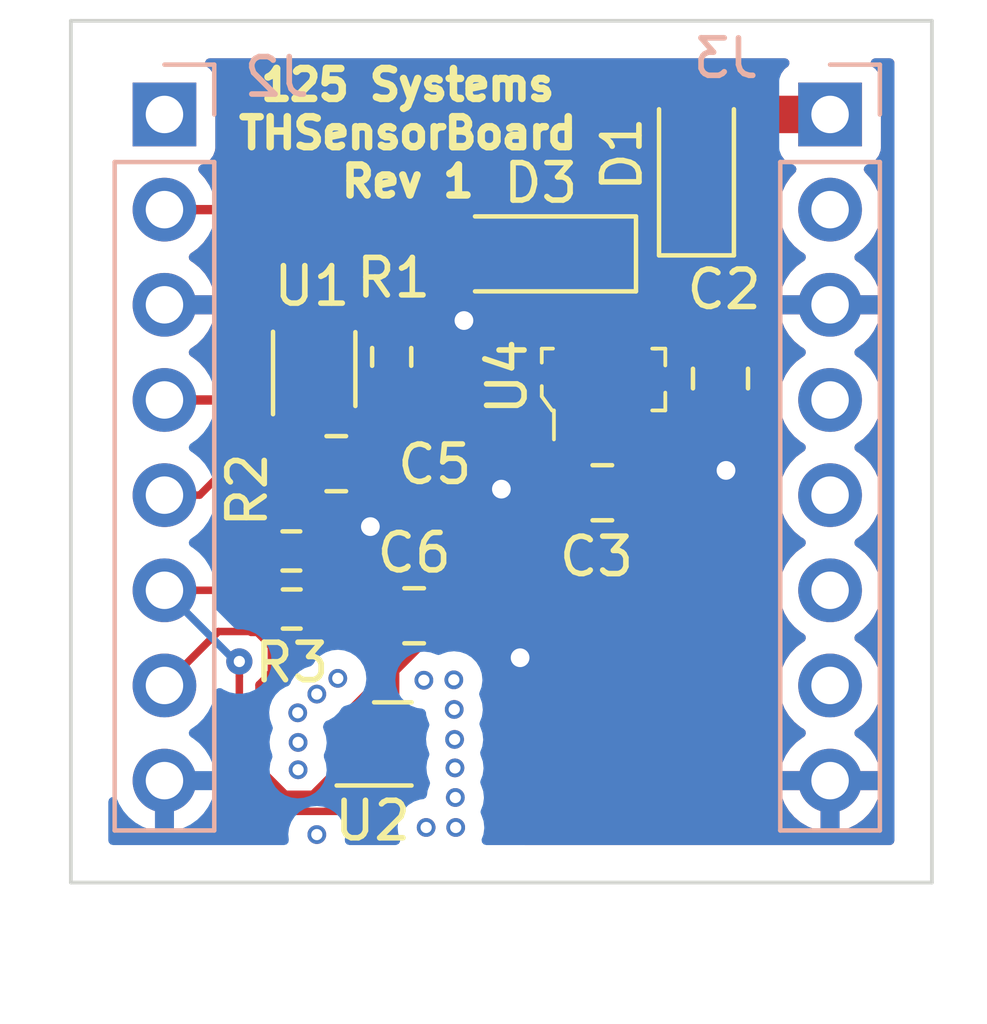
<source format=kicad_pcb>
(kicad_pcb (version 20211014) (generator pcbnew)
  (layers (0 "F.Cu" signal) (31 "B.Cu" signal) (34 "B.Paste" user) (35 "F.Paste" user) (36 "B.SilkS" user "B.Silkscreen") (37 "F.SilkS" user "F.Silkscreen") (38 "B.Mask" user) (39 "F.Mask" user) (44 "Edge.Cuts" user))
  (net 0 "")
  (net 1 "+3V3")
  (net 2 "GND")
  (net 3 "Net-(C2-Pad1)")
  (net 5 "/I2C1_SDA")
  (net 6 "/VBUS")
  (net 7 "/VSYS")
  (net 8 "/3V3_EN")
  (net 9 "/3V3_OUT")
  (net 10 "/VREF_PICO")
  (net 11 "/GP28")
  (net 12 "/I2C1_SCL")
  (net 13 "/I2C0_SDA")
  (net 14 "/I2C0_SCL")
  (net 15 "/INT_ALS")
  (net 16 "/GP0")
  (footprint "Sensor_Humidity:Sensirion_DFN-4-1EP_2x2mm_P1mm_EP0.7x1.6mm" (layer "F.Cu") (at 55.6 66.8)
    (fp_text reference "U2" (at -0.04 2.05) (layer "F.SilkS"))
    (fp_text value "SHTC3")
    (fp_line (start -1 1.11) (end 1 1.11) (layer "F.SilkS") (width 0.12))
    (fp_line (start 0 -1.11) (end 1 -1.11) (layer "F.SilkS") (width 0.12))
    (pad "1" smd roundrect (at -0.925 -0.5) (size 0.55 0.35) (layers "F.Cu" "F.Mask") (net 1 "+3V3"))
    (pad "2" smd roundrect (at -0.925 0.5) (size 0.55 0.35) (layers "F.Cu" "F.Mask") (net 14 "/I2C0_SCL"))
    (pad "3" smd roundrect (at 0.925 0.5) (size 0.55 0.35) (layers "F.Cu" "F.Mask") (net 13 "/I2C0_SDA"))
    (pad "4" smd roundrect (at 0.925 -0.5) (size 0.55 0.35) (layers "F.Cu" "F.Mask") (net 2 "GND"))
    (pad "5" smd roundrect (at 0 0) (size 0.7 1.6) (layers "F.Cu" "F.Mask"))
  )
  (footprint "Capacitor_SMD:C_0805_2012Metric" (layer "F.Cu") (at 61.6966 60.0964 180)
    (fp_text reference "C3" (at 0.1566 -1.7036) (layer "F.SilkS"))
    (fp_text value "1u")
    (fp_line (start -0.261252 0.735) (end 0.261252 0.735) (layer "F.SilkS") (width 0.12))
    (fp_line (start -0.261252 -0.735) (end 0.261252 -0.735) (layer "F.SilkS") (width 0.12))
    (pad "1" smd roundrect (at -0.95 0 180) (size 1 1.45) (layers "F.Cu" "F.Paste" "F.Mask") (net 1 "+3V3"))
    (pad "2" smd roundrect (at 0.95 0 180) (size 1 1.45) (layers "F.Cu" "F.Paste" "F.Mask") (net 2 "GND"))
  )
  (footprint "Resistor_SMD:R_0603_1608Metric" (layer "F.Cu") (at 56.07 56.47 90)
    (fp_text reference "R1" (at 2.11 0.05 180) (layer "F.SilkS"))
    (fp_text value "5k1")
    (fp_line (start -0.237258 0.5225) (end 0.237258 0.5225) (layer "F.SilkS") (width 0.12))
    (fp_line (start -0.237258 -0.5225) (end 0.237258 -0.5225) (layer "F.SilkS") (width 0.12))
    (pad "1" smd roundrect (at -0.825 0 90) (size 0.8 0.95) (layers "F.Cu" "F.Paste" "F.Mask") (net 1 "+3V3"))
    (pad "2" smd roundrect (at 0.825 0 90) (size 0.8 0.95) (layers "F.Cu" "F.Paste" "F.Mask") (net 15 "/INT_ALS"))
  )
  (footprint "Resistor_SMD:R_0603_1608Metric" (layer "F.Cu") (at 53.39 61.65 180)
    (fp_text reference "R2" (at 1.18 1.63 270) (layer "F.SilkS"))
    (fp_text value "5k1")
    (fp_line (start -0.237258 -0.5225) (end 0.237258 -0.5225) (layer "F.SilkS") (width 0.12))
    (fp_line (start -0.237258 0.5225) (end 0.237258 0.5225) (layer "F.SilkS") (width 0.12))
    (pad "1" smd roundrect (at -0.825 0 180) (size 0.8 0.95) (layers "F.Cu" "F.Paste" "F.Mask") (net 1 "+3V3"))
    (pad "2" smd roundrect (at 0.825 0 180) (size 0.8 0.95) (layers "F.Cu" "F.Paste" "F.Mask") (net 13 "/I2C0_SDA"))
  )
  (footprint "OptoDevice:Lite-On_LTR-303ALS-01" (layer "F.Cu") (at 54 56.8 90)
    (fp_text reference "U1" (at 2.22 -0.06 180) (layer "F.SilkS"))
    (fp_text value "LTR-303ALS-01")
    (fp_line (start -0.98 1.1) (end 0.99 1.1) (layer "F.SilkS") (width 0.12))
    (fp_line (start -1.2 -1.1) (end 1 -1.1) (layer "F.SilkS") (width 0.12))
    (pad "1" smd roundrect (at -0.9 -0.65 90) (size 0.65 0.3) (layers "F.Cu" "F.Paste" "F.Mask") (net 1 "+3V3"))
    (pad "2" smd roundrect (at -0.9 0 90) (size 0.65 0.3) (layers "F.Cu" "F.Paste" "F.Mask"))
    (pad "3" smd roundrect (at -0.9 0.65 90) (size 0.65 0.3) (layers "F.Cu" "F.Paste" "F.Mask") (net 2 "GND"))
    (pad "4" smd roundrect (at 0.9 0.65 90) (size 0.65 0.3) (layers "F.Cu" "F.Paste" "F.Mask") (net 12 "/I2C1_SCL"))
    (pad "5" smd roundrect (at 0.9 0 90) (size 0.65 0.3) (layers "F.Cu" "F.Paste" "F.Mask") (net 15 "/INT_ALS"))
    (pad "6" smd roundrect (at 0.9 -0.65 90) (size 0.65 0.3) (layers "F.Cu" "F.Paste" "F.Mask") (net 5 "/I2C1_SDA"))
  )
  (footprint "Resistor_SMD:R_0603_1608Metric" (layer "F.Cu") (at 53.4 63.2 180)
    (fp_text reference "R3" (at 0 -1.43 180) (layer "F.SilkS"))
    (fp_text value "5k1")
    (fp_line (start -0.237258 -0.5225) (end 0.237258 -0.5225) (layer "F.SilkS") (width 0.12))
    (fp_line (start -0.237258 0.5225) (end 0.237258 0.5225) (layer "F.SilkS") (width 0.12))
    (pad "1" smd roundrect (at -0.825 0 180) (size 0.8 0.95) (layers "F.Cu" "F.Paste" "F.Mask") (net 1 "+3V3"))
    (pad "2" smd roundrect (at 0.825 0 180) (size 0.8 0.95) (layers "F.Cu" "F.Paste" "F.Mask") (net 14 "/I2C0_SCL"))
  )
  (footprint "Capacitor_SMD:C_0805_2012Metric" (layer "F.Cu") (at 56.67 63.38)
    (fp_text reference "C6" (at 0 -1.68) (layer "F.SilkS"))
    (fp_text value "0.1u")
    (fp_line (start -0.261252 0.735) (end 0.261252 0.735) (layer "F.SilkS") (width 0.12))
    (fp_line (start -0.261252 -0.735) (end 0.261252 -0.735) (layer "F.SilkS") (width 0.12))
    (pad "1" smd roundrect (at -0.95 0) (size 1 1.45) (layers "F.Cu" "F.Paste" "F.Mask") (net 1 "+3V3"))
    (pad "2" smd roundrect (at 0.95 0) (size 1 1.45) (layers "F.Cu" "F.Paste" "F.Mask") (net 2 "GND"))
  )
  (footprint "Capacitor_SMD:C_0805_2012Metric" (layer "F.Cu") (at 54.59 59.32)
    (fp_text reference "C5" (at 2.63 0.02) (layer "F.SilkS"))
    (fp_text value "0.1u")
    (fp_line (start -0.261252 0.735) (end 0.261252 0.735) (layer "F.SilkS") (width 0.12))
    (fp_line (start -0.261252 -0.735) (end 0.261252 -0.735) (layer "F.SilkS") (width 0.12))
    (pad "1" smd roundrect (at -0.95 0) (size 1 1.45) (layers "F.Cu" "F.Paste" "F.Mask") (net 1 "+3V3"))
    (pad "2" smd roundrect (at 0.95 0) (size 1 1.45) (layers "F.Cu" "F.Paste" "F.Mask") (net 2 "GND"))
  )
  (footprint "Diode_SMD:D_SOD-123" (layer "F.Cu") (at 64.2112 51.5112 90)
    (fp_text reference "D1" (at 0.4512 -1.9912 90) (layer "F.SilkS"))
    (fp_text value "MBR0520")
    (fp_line (start -2.25 -1) (end -2.25 1) (layer "F.SilkS") (width 0.12))
    (fp_line (start -2.25 1) (end 1.65 1) (layer "F.SilkS") (width 0.12))
    (fp_line (start -2.25 -1) (end 1.65 -1) (layer "F.SilkS") (width 0.12))
    (pad "1" smd rect (at -1.65 0 90) (size 0.9 1.2) (layers "F.Cu" "F.Paste" "F.Mask") (net 3 "Net-(C2-Pad1)"))
    (pad "2" smd rect (at 1.65 0 90) (size 0.9 1.2) (layers "F.Cu" "F.Paste" "F.Mask") (net 6 "/VBUS"))
  )
  (footprint "Capacitor_SMD:C_0805_2012Metric" (layer "F.Cu") (at 64.8528 57.0484 -90)
    (fp_text reference "C2" (at -2.3784 -0.0972 -180) (layer "F.SilkS"))
    (fp_text value "1u")
    (fp_line (start -0.261252 0.735) (end 0.261252 0.735) (layer "F.SilkS") (width 0.12))
    (fp_line (start -0.261252 -0.735) (end 0.261252 -0.735) (layer "F.SilkS") (width 0.12))
    (pad "1" smd roundrect (at -0.95 0 270) (size 1 1.45) (layers "F.Cu" "F.Paste" "F.Mask") (net 3 "Net-(C2-Pad1)"))
    (pad "2" smd roundrect (at 0.95 0 270) (size 1 1.45) (layers "F.Cu" "F.Paste" "F.Mask") (net 2 "GND"))
  )
  (footprint "digikey-footprints:SOT-23-3" (layer "F.Cu") (at 61.7286 57.0738 90)
    (fp_text reference "U4" (at 0.0738 -2.5786 90) (layer "F.SilkS"))
    (fp_text value "MCP1700T-3302E_TT")
    (fp_line (start -0.175 -1.65) (end -0.45 -1.65) (layer "F.SilkS") (width 0.1))
    (fp_line (start 0.825 1.35) (end 0.825 1.65) (layer "F.SilkS") (width 0.1))
    (fp_line (start -0.825 -1.375) (end -0.825 -1.325) (layer "F.SilkS") (width 0.1))
    (fp_line (start 0.825 1.65) (end 0.375 1.65) (layer "F.SilkS") (width 0.1))
    (fp_line (start 0.825 -1.65) (end 0.825 -1.35) (layer "F.SilkS") (width 0.1))
    (fp_line (start -0.45 -1.65) (end -0.825 -1.375) (layer "F.SilkS") (width 0.1))
    (fp_line (start -0.825 -1.325) (end -1.6 -1.325) (layer "F.SilkS") (width 0.1))
    (fp_line (start 0.45 -1.65) (end 0.825 -1.65) (layer "F.SilkS") (width 0.1))
    (fp_line (start -0.35 1.65) (end -0.825 1.65) (layer "F.SilkS") (width 0.1))
    (fp_line (start 0.825 1.425) (end 0.825 1.3) (layer "F.SilkS") (width 0.1))
    (fp_line (start -0.825 1.65) (end -0.825 1.3) (layer "F.SilkS") (width 0.1))
    (pad "1" smd rect locked (at -1.05 -0.95 90) (size 1.3 0.6) (layers "F.Cu" "F.Paste" "F.Mask") (net 2 "GND"))
    (pad "2" smd rect locked (at -1.05 0.95 90) (size 1.3 0.6) (layers "F.Cu" "F.Paste" "F.Mask") (net 1 "+3V3"))
    (pad "3" smd rect locked (at 1.05 0 90) (size 1.3 0.6) (layers "F.Cu" "F.Paste" "F.Mask") (net 3 "Net-(C2-Pad1)"))
  )
  (footprint "Diode_SMD:D_MiniMELF" (layer "F.Cu") (at 60.0456 53.721 180)
    (fp_text reference "D3" (at -0.0044 1.891) (layer "F.SilkS"))
    (fp_text value "BZV55B5V6")
    (fp_line (start -2.55 1) (end 1.75 1) (layer "F.SilkS") (width 0.12))
    (fp_line (start 1.75 -1) (end -2.55 -1) (layer "F.SilkS") (width 0.12))
    (fp_line (start -2.55 -1) (end -2.55 1) (layer "F.SilkS") (width 0.12))
    (pad "1" smd rect (at -1.75 0 180) (size 1.3 1.7) (layers "F.Cu" "F.Paste" "F.Mask") (net 3 "Net-(C2-Pad1)"))
    (pad "2" smd rect (at 1.75 0 180) (size 1.3 1.7) (layers "F.Cu" "F.Paste" "F.Mask") (net 2 "GND"))
  )
  (footprint "Connector_PinHeader_2.54mm:PinHeader_1x08_P2.54mm_Vertical" (layer "B.Cu") (at 67.78 50 180)
    (fp_text reference "J3" (at 2.78 1.5) (layer "B.SilkS") (effects (justify mirror)))
    (fp_text value "CON_RIGHT")
    (fp_line (start -1.33 -19.11) (end 1.33 -19.11) (layer "B.SilkS") (width 0.12))
    (fp_line (start -1.33 1.33) (end 0 1.33) (layer "B.SilkS") (width 0.12))
    (fp_line (start 1.33 -1.27) (end 1.33 -19.11) (layer "B.SilkS") (width 0.12))
    (fp_line (start -1.33 -1.27) (end 1.33 -1.27) (layer "B.SilkS") (width 0.12))
    (fp_line (start -1.33 0) (end -1.33 1.33) (layer "B.SilkS") (width 0.12))
    (fp_line (start -1.33 -1.27) (end -1.33 -19.11) (layer "B.SilkS") (width 0.12))
    (pad "1" thru_hole rect locked (at 0 0 180) (size 1.7 1.7) (drill 1) (layers *.Cu *.Mask) (net 6 "/VBUS"))
    (pad "2" thru_hole oval locked (at 0 -2.54 180) (size 1.7 1.7) (drill 1) (layers *.Cu *.Mask) (net 7 "/VSYS"))
    (pad "3" thru_hole oval locked (at 0 -5.08 180) (size 1.7 1.7) (drill 1) (layers *.Cu *.Mask) (net 2 "GND"))
    (pad "4" thru_hole oval locked (at 0 -7.62 180) (size 1.7 1.7) (drill 1) (layers *.Cu *.Mask) (net 8 "/3V3_EN"))
    (pad "5" thru_hole oval locked (at 0 -10.16 180) (size 1.7 1.7) (drill 1) (layers *.Cu *.Mask) (net 9 "/3V3_OUT"))
    (pad "6" thru_hole oval locked (at 0 -12.7 180) (size 1.7 1.7) (drill 1) (layers *.Cu *.Mask) (net 10 "/VREF_PICO"))
    (pad "7" thru_hole oval locked (at 0 -15.24 180) (size 1.7 1.7) (drill 1) (layers *.Cu *.Mask) (net 11 "/GP28"))
    (pad "8" thru_hole oval locked (at 0 -17.78 180) (size 1.7 1.7) (drill 1) (layers *.Cu *.Mask) (net 2 "GND"))
  )
  (footprint "Connector_PinHeader_2.54mm:PinHeader_1x08_P2.54mm_Vertical" (layer "B.Cu") (at 50 50 180)
    (fp_text reference "J2" (at -3 1) (layer "B.SilkS") (effects (justify mirror)))
    (fp_text value "CON_LEFT")
    (fp_line (start -1.33 0) (end -1.33 1.33) (layer "B.SilkS") (width 0.12))
    (fp_line (start -1.33 1.33) (end 0 1.33) (layer "B.SilkS") (width 0.12))
    (fp_line (start 1.33 -1.27) (end 1.33 -19.11) (layer "B.SilkS") (width 0.12))
    (fp_line (start -1.33 -19.11) (end 1.33 -19.11) (layer "B.SilkS") (width 0.12))
    (fp_line (start -1.33 -1.27) (end -1.33 -19.11) (layer "B.SilkS") (width 0.12))
    (fp_line (start -1.33 -1.27) (end 1.33 -1.27) (layer "B.SilkS") (width 0.12))
    (pad "1" thru_hole rect locked (at 0 0 180) (size 1.7 1.7) (drill 1) (layers *.Cu *.Mask) (net 16 "/GP0"))
    (pad "2" thru_hole oval locked (at 0 -2.54 180) (size 1.7 1.7) (drill 1) (layers *.Cu *.Mask) (net 15 "/INT_ALS"))
    (pad "3" thru_hole oval locked (at 0 -5.08 180) (size 1.7 1.7) (drill 1) (layers *.Cu *.Mask) (net 2 "GND"))
    (pad "4" thru_hole oval locked (at 0 -7.62 180) (size 1.7 1.7) (drill 1) (layers *.Cu *.Mask) (net 5 "/I2C1_SDA"))
    (pad "5" thru_hole oval locked (at 0 -10.16 180) (size 1.7 1.7) (drill 1) (layers *.Cu *.Mask) (net 12 "/I2C1_SCL"))
    (pad "6" thru_hole oval locked (at 0 -12.7 180) (size 1.7 1.7) (drill 1) (layers *.Cu *.Mask) (net 13 "/I2C0_SDA"))
    (pad "7" thru_hole oval locked (at 0 -15.24 180) (size 1.7 1.7) (drill 1) (layers *.Cu *.Mask) (net 14 "/I2C0_SCL"))
    (pad "8" thru_hole oval locked (at 0 -17.78 180) (size 1.7 1.7) (drill 1) (layers *.Cu *.Mask) (net 2 "GND"))
  )
  (gr_line (start 47.5 70.5) (end 47.5 47.5) (layer "Edge.Cuts") (width 0.1))
  (gr_line (start 47.5 47.5) (end 70.5 47.5) (layer "Edge.Cuts") (width 0.1))
  (gr_line (start 70.5 47.5) (end 70.5 70.5) (layer "Edge.Cuts") (width 0.1))
  (gr_line (start 70.5 70.5) (end 47.5 70.5) (layer "Edge.Cuts") (width 0.1))
  (gr_text "125 Systems\nTHSensorBoard\nRev 1" (at 56.5 50.5) (layer "F.SilkS") (effects (font (size 0.8 0.8) (thickness 0.2))))
  (via (at 57.76 67.44) (size 0.5) (drill 0.3) (layers "F.Cu" "B.Cu") (net 0))
  (via (at 54.07 65.47) (size 0.5) (drill 0.3) (layers "F.Cu" "B.Cu") (net 0))
  (via (at 54.07 69.22) (size 0.5) (drill 0.3) (layers "F.Cu" "B.Cu") (net 0))
  (via (at 57.73 65.09) (size 0.5) (drill 0.3) (layers "F.Cu" "B.Cu") (net 0))
  (via (at 57.74 65.88) (size 0.5) (drill 0.3) (layers "F.Cu" "B.Cu") (net 0))
  (via (at 54.63 65.05) (size 0.5) (drill 0.3) (layers "F.Cu" "B.Cu") (net 0))
  (via (at 53.57 66.76) (size 0.5) (drill 0.3) (layers "F.Cu" "B.Cu") (net 0))
  (via (at 56.93 65.1) (size 0.5) (drill 0.3) (layers "F.Cu" "B.Cu") (net 0))
  (via (at 57.77 68.23) (size 0.5) (drill 0.3) (layers "F.Cu" "B.Cu") (net 0))
  (via (at 56.99 69.03) (size 0.5) (drill 0.3) (layers "F.Cu" "B.Cu") (net 0))
  (via (at 53.57 67.49) (size 0.5) (drill 0.3) (layers "F.Cu" "B.Cu") (net 0))
  (via (at 57.75 66.68) (size 0.5) (drill 0.3) (layers "F.Cu" "B.Cu") (net 0))
  (via (at 57.78 69.03) (size 0.5) (drill 0.3) (layers "F.Cu" "B.Cu") (net 0))
  (via (at 53.56 65.97) (size 0.5) (drill 0.3) (layers "F.Cu" "B.Cu") (net 0))
  (segment (start 62.06 61.62) (end 62.6466 61.0334) (width 0.3) (layer "F.Cu") (net 1))
  (segment (start 54.675 66.205) (end 55.65 65.23) (width 0.25) (layer "F.Cu") (net 1))
  (segment (start 54.225 63.2) (end 54.225 61.8) (width 0.5) (layer "F.Cu") (net 1))
  (segment (start 55.65 65.23) (end 55.65 64.55) (width 0.25) (layer "F.Cu") (net 1))
  (segment (start 54.675 66.3) (end 54.675 66.205) (width 0.25) (layer "F.Cu") (net 1))
  (segment (start 56.07 57.295) (end 56.07 57.52) (width 0.25) (layer "F.Cu") (net 1))
  (segment (start 62.6786 60.0644) (end 62.6466 60.0964) (width 0.8) (layer "F.Cu") (net 1))
  (segment (start 57.43 58.88) (end 57.43 61.62) (width 0.25) (layer "F.Cu") (net 1))
  (segment (start 55.45 63.2) (end 55.65 63.4) (width 0.5) (layer "F.Cu") (net 1))
  (segment (start 53.35 58.9) (end 53.65 59.2) (width 0.3) (layer "F.Cu") (net 1))
  (segment (start 53.35 57.7) (end 53.35 58.9) (width 0.3) (layer "F.Cu") (net 1))
  (segment (start 54.225 59.775) (end 53.65 59.2) (width 0.5) (layer "F.Cu") (net 1))
  (segment (start 54.225 61.8) (end 54.225 59.775) (width 0.5) (layer "F.Cu") (net 1))
  (segment (start 62.6786 58.1238) (end 62.6786 60.0644) (width 0.8) (layer "F.Cu") (net 1))
  (segment (start 62.6466 61.0334) (end 62.6466 60.0964) (width 0.3) (layer "F.Cu") (net 1))
  (segment (start 57.43 61.62) (end 62.06 61.62) (width 0.3) (layer "F.Cu") (net 1))
  (segment (start 55.65 64.55) (end 55.65 63.4) (width 0.3) (layer "F.Cu") (net 1))
  (segment (start 57.43 61.62) (end 55.65 63.4) (width 0.3) (layer "F.Cu") (net 1))
  (segment (start 56.07 57.52) (end 57.43 58.88) (width 0.25) (layer "F.Cu") (net 1))
  (segment (start 54.225 63.2) (end 55.45 63.2) (width 0.5) (layer "F.Cu") (net 1))
  (segment (start 56.15 65.58) (end 56.15 64.85) (width 0.25) (layer "F.Cu") (net 2))
  (segment (start 56.15 64.85) (end 57.62 63.38) (width 0.25) (layer "F.Cu") (net 2))
  (segment (start 54.65 57.7) (end 55.55 58.6) (width 0.3) (layer "F.Cu") (net 2))
  (segment (start 56.525 66.3) (end 56.525 65.955) (width 0.25) (layer "F.Cu") (net 2))
  (segment (start 56.525 65.955) (end 56.15 65.58) (width 0.25) (layer "F.Cu") (net 2))
  (segment (start 55.55 58.6) (end 55.55 59.2) (width 0.3) (layer "F.Cu") (net 2))
  (via (at 65 59.5) (size 1) (drill 0.5) (layers "F.Cu" "B.Cu") (net 2))
  (via (at 59.5 64.5) (size 1) (drill 0.5) (layers "F.Cu" "B.Cu") (net 2))
  (via (at 58 55.5) (size 1) (drill 0.5) (layers "F.Cu" "B.Cu") (net 2))
  (via (at 59 60) (size 1) (drill 0.5) (layers "F.Cu" "B.Cu") (net 2))
  (via (at 55.5 61) (size 1) (drill 0.5) (layers "F.Cu" "B.Cu") (net 2))
  (segment (start 64.8528 54.9224) (end 63.6514 53.721) (width 1) (layer "F.Cu") (net 3))
  (segment (start 61.7286 56.0238) (end 61.7286 53.788) (width 1) (layer "F.Cu") (net 3))
  (segment (start 61.7286 53.788) (end 61.7956 53.721) (width 1) (layer "F.Cu") (net 3))
  (segment (start 63.6514 53.721) (end 64.2112 53.1612) (width 1) (layer "F.Cu") (net 3))
  (segment (start 64.8528 56.0984) (end 64.8528 54.9224) (width 1) (layer "F.Cu") (net 3))
  (segment (start 61.7956 53.721) (end 63.6514 53.721) (width 1) (layer "F.Cu") (net 3))
  (segment (start 50 57.62) (end 51.63 57.62) (width 0.25) (layer "F.Cu") (net 5))
  (segment (start 51.63 57.62) (end 53.35 55.9) (width 0.25) (layer "F.Cu") (net 5))
  (segment (start 64.35 50) (end 64.2112 49.8612) (width 1) (layer "F.Cu") (net 6))
  (segment (start 67.78 50) (end 64.35 50) (width 1) (layer "F.Cu") (net 6))
  (segment (start 50 60.16) (end 50.94 60.16) (width 0.2) (layer "F.Cu") (net 12))
  (segment (start 52.23 57.67) (end 53.15 56.75) (width 0.2) (layer "F.Cu") (net 12))
  (segment (start 53.15 56.75) (end 54.13 56.75) (width 0.2) (layer "F.Cu") (net 12))
  (segment (start 52.23 58.87) (end 52.23 57.67) (width 0.2) (layer "F.Cu") (net 12))
  (segment (start 54.14 56.76) (end 54.65 56.25) (width 0.2) (layer "F.Cu") (net 12))
  (segment (start 50.94 60.16) (end 52.23 58.87) (width 0.2) (layer "F.Cu") (net 12))
  (segment (start 54.65 56.25) (end 54.65 55.9) (width 0.2) (layer "F.Cu") (net 12))
  (segment (start 54.13 56.75) (end 54.14 56.76) (width 0.2) (layer "F.Cu") (net 12))
  (segment (start 56.525 67.3) (end 56.525 67.875) (width 0.2) (layer "F.Cu") (net 13))
  (segment (start 52 65) (end 52 64.6) (width 0.2) (layer "F.Cu") (net 13))
  (segment (start 52.8 68.6) (end 52.2 68) (width 0.2) (layer "F.Cu") (net 13))
  (segment (start 52.2 68) (end 52 67.8) (width 0.2) (layer "F.Cu") (net 13))
  (segment (start 50 62.7) (end 51.515 62.7) (width 0.2) (layer "F.Cu") (net 13))
  (segment (start 56.525 67.875) (end 55.8 68.6) (width 0.2) (layer "F.Cu") (net 13))
  (segment (start 55.8 68.6) (end 52.8 68.6) (width 0.2) (layer "F.Cu") (net 13))
  (segment (start 52 67.8) (end 52 65) (width 0.2) (layer "F.Cu") (net 13))
  (segment (start 51.515 62.7) (end 52.565 61.65) (width 0.2) (layer "F.Cu") (net 13))
  (via (at 52 64.6) (size 0.7) (drill 0.3) (layers "F.Cu" "B.Cu") (net 13))
  (segment (start 51.9 64.6) (end 50 62.7) (width 0.2) (layer "B.Cu") (net 13))
  (segment (start 52 64.6) (end 51.9 64.6) (width 0.2) (layer "B.Cu") (net 13))
  (segment (start 52.49 63.8) (end 52.319239 63.8) (width 0.25) (layer "F.Cu") (net 14))
  (segment (start 52.55 67.5) (end 52.55 65.23) (width 0.25) (layer "F.Cu") (net 14))
  (segment (start 54.675 67.3) (end 54.675 67.465) (width 0.25) (layer "F.Cu") (net 14))
  (segment (start 52.319239 63.8) (end 51.44 63.8) (width 0.2) (layer "F.Cu") (net 14))
  (segment (start 52.55 65.23) (end 52.88 64.9) (width 0.25) (layer "F.Cu") (net 14))
  (segment (start 54.675 67.465) (end 53.97 68.17) (width 0.25) (layer "F.Cu") (net 14))
  (segment (start 53.22 68.17) (end 52.55 67.5) (width 0.25) (layer "F.Cu") (net 14))
  (segment (start 51.44 63.8) (end 50 65.24) (width 0.2) (layer "F.Cu") (net 14))
  (segment (start 52.88 64.9) (end 52.88 64.19) (width 0.25) (layer "F.Cu") (net 14))
  (segment (start 52.88 64.19) (end 52.49 63.8) (width 0.25) (layer "F.Cu") (net 14))
  (segment (start 53.97 68.17) (end 53.22 68.17) (width 0.25) (layer "F.Cu") (net 14))
  (segment (start 52.6025 63.516739) (end 52.319239 63.8) (width 0.2) (layer "F.Cu") (net 14))
  (segment (start 52.69 52.54) (end 50 52.54) (width 0.25) (layer "F.Cu") (net 15))
  (segment (start 56.07 54.56) (end 56.07 55.645) (width 0.25) (layer "F.Cu") (net 15))
  (segment (start 54 55.9) (end 54 55.27) (width 0.25) (layer "F.Cu") (net 15))
  (segment (start 54 55.27) (end 54.71 54.56) (width 0.25) (layer "F.Cu") (net 15))
  (segment (start 54.71 54.56) (end 52.69 52.54) (width 0.25) (layer "F.Cu") (net 15))
  (segment (start 54.71 54.56) (end 56.07 54.56) (width 0.25) (layer "F.Cu") (net 15))
  (zone (net 2) (net_name "GND") (layer "F.Cu") (connect_pads (clearance 0.508)) (min_thickness 0.254) (fill yes (thermal_gap 0.508) (thermal_bridge_width 0.508))
    (polygon (pts (xy 69.5 69.5) (xy 59.5 69.5) (xy 59.5 64.5) (xy 48.5 64.5) (xy 48.5 48.5) (xy 69.5 48.5)))
  )
  (zone (net 2) (net_name "GND") (layer "B.Cu") (connect_pads (clearance 0.508)) (min_thickness 0.254) (fill yes (thermal_gap 0.508) (thermal_bridge_width 0.508))
    (polygon (pts (xy 69.5 69.5) (xy 48.5 69.5) (xy 48.5 48.5) (xy 69.5 48.5)))
  )
)
</source>
